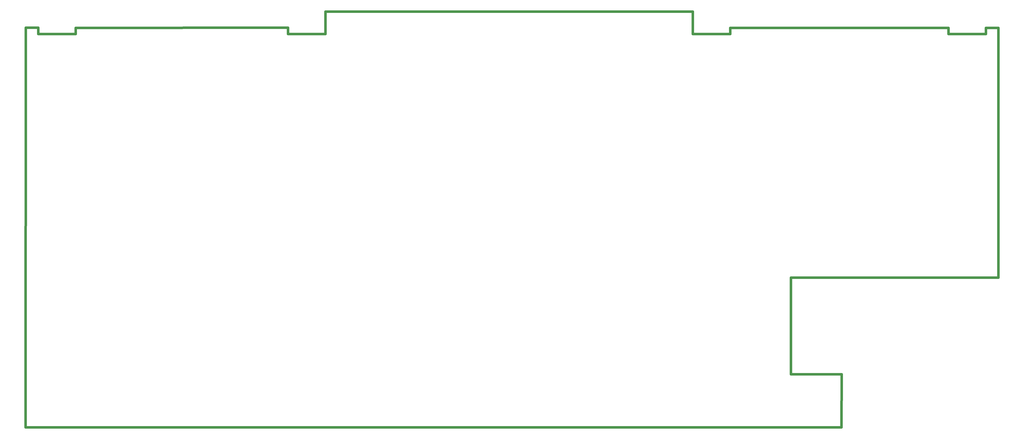
<source format=gbr>
%TF.GenerationSoftware,KiCad,Pcbnew,5.1.9+dfsg1-1*%
%TF.CreationDate,2022-02-11T04:52:15+01:00*%
%TF.ProjectId,va11800,76613131-3830-4302-9e6b-696361645f70,rev?*%
%TF.SameCoordinates,Original*%
%TF.FileFunction,Profile,NP*%
%FSLAX46Y46*%
G04 Gerber Fmt 4.6, Leading zero omitted, Abs format (unit mm)*
G04 Created by KiCad (PCBNEW 5.1.9+dfsg1-1) date 2022-02-11 04:52:15*
%MOMM*%
%LPD*%
G01*
G04 APERTURE LIST*
%TA.AperFunction,Profile*%
%ADD10C,1.000000*%
%TD*%
G04 APERTURE END LIST*
D10*
X282830000Y-59430000D02*
X135830000Y-59420000D01*
X282830000Y-59430000D02*
X282830000Y-68430000D01*
X35830000Y-65920000D02*
X35830000Y-68420000D01*
X35830000Y-68420000D02*
X20830000Y-68410000D01*
X20830000Y-65910000D02*
X15810000Y-65910000D01*
X20830000Y-65910000D02*
X20830000Y-68410000D01*
X405231250Y-165950000D02*
X322140000Y-165940000D01*
X15810000Y-65910000D02*
X15750000Y-225860000D01*
X120830000Y-65910000D02*
X120830000Y-68410000D01*
X135830000Y-59420000D02*
X135830000Y-68420000D01*
X120830000Y-65910000D02*
X35830000Y-65920000D01*
X135830000Y-68420000D02*
X120830000Y-68410000D01*
X297830000Y-68440000D02*
X282830000Y-68430000D01*
X297830000Y-65940000D02*
X297830000Y-68440000D01*
X385211250Y-65930000D02*
X297830000Y-65940000D01*
X385211250Y-65930000D02*
X385211250Y-68430000D01*
X400211250Y-68440000D02*
X385211250Y-68430000D01*
X400211250Y-65940000D02*
X400211250Y-68440000D01*
X405231250Y-65940000D02*
X400211250Y-65940000D01*
X405231250Y-65940000D02*
X405231250Y-165950000D01*
X322150000Y-204670000D02*
X322140000Y-165940000D01*
X342420000Y-204660000D02*
X322150000Y-204670000D01*
X342410000Y-225850000D02*
X342420000Y-204660000D01*
X15750000Y-225860000D02*
X342410000Y-225850000D01*
M02*

</source>
